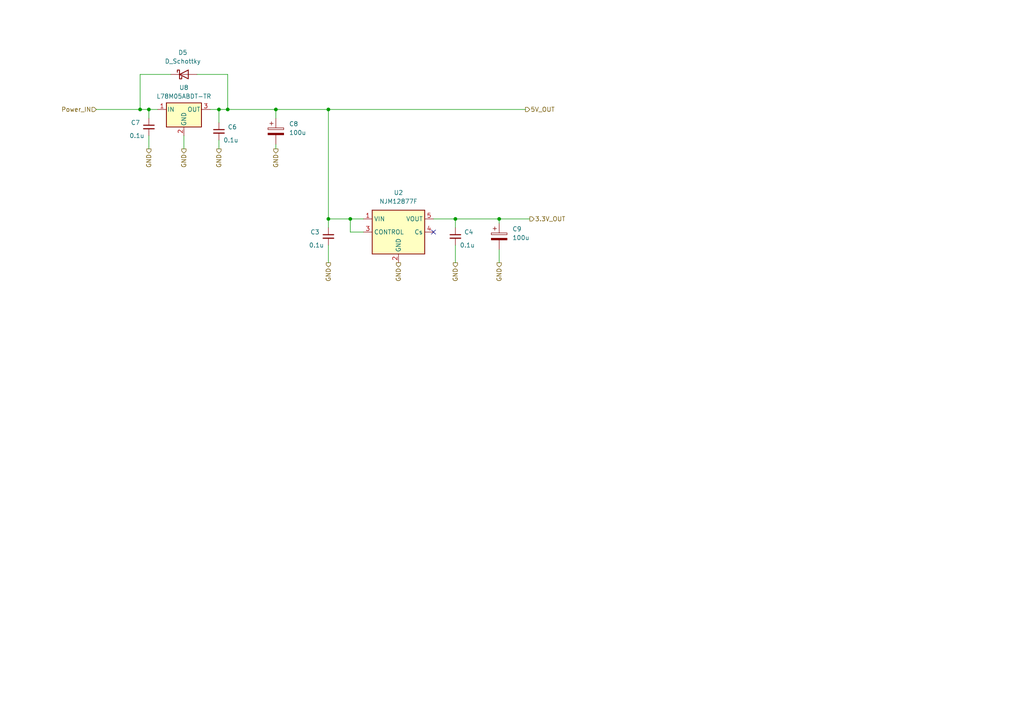
<source format=kicad_sch>
(kicad_sch (version 20230121) (generator eeschema)
  (paper "A4")
  (lib_symbols
    (symbol "Device:C_Polarized" (pin_numbers hide) (pin_names (offset 0.254))
      (property "Reference" "C" (at 0.635 2.54 0))
      (property "Value" "C_Polarized" (at 0.635 -2.54 0))
      (symbol "C_Polarized_0_1"
        (rectangle (start -2.286 0.508) (end 2.286 1.016))
        (polyline (pts (xy -1.778 2.286) (xy -0.762 2.286)))
        (polyline (pts (xy -1.27 2.794) (xy -1.27 1.778)))
        (rectangle (start 2.286 -0.508) (end -2.286 -1.016) (fill (type outline)))
      )
      (symbol "C_Polarized_1_1"
        (pin passive line (at 0 3.81 270) (length 2.794) (name "~") (number "1"))
        (pin passive line (at 0 -3.81 90) (length 2.794) (name "~") (number "2"))
      )
    )
    (symbol "Device:C_Small" (pin_numbers hide) (pin_names (offset 0.254) hide)
      (property "Reference" "C" (at 0.254 1.778 0))
      (property "Value" "C_Small" (at 0.254 -2.032 0))
      (symbol "C_Small_0_1"
        (polyline (pts (xy -1.524 -0.508) (xy 1.524 -0.508)) (stroke (width 0.3302)))
        (polyline (pts (xy -1.524 0.508) (xy 1.524 0.508)) (stroke (width 0.3048)))
      )
      (symbol "C_Small_1_1"
        (pin passive line (at 0 2.54 270) (length 2.032) (name "~") (number "1"))
        (pin passive line (at 0 -2.54 90) (length 2.032) (name "~") (number "2"))
      )
    )
    (symbol "Device:D_Schottky" (pin_numbers hide) (pin_names (offset 1.016) hide)
      (property "Reference" "D" (at 0 2.54 0))
      (property "Value" "D_Schottky" (at 0 -2.54 0))
      (symbol "D_Schottky_0_1"
        (polyline (pts (xy 1.27 0) (xy -1.27 0)))
        (polyline (pts (xy 1.27 1.27) (xy 1.27 -1.27) (xy -1.27 0) (xy 1.27 1.27)) (stroke (width 0.254)))
        (polyline (pts (xy -1.905 0.635) (xy -1.905 1.27) (xy -1.27 1.27) (xy -1.27 -1.27) (xy -0.635 -1.27) (xy -0.635 -0.635)) (stroke (width 0.254)))
      )
      (symbol "D_Schottky_1_1"
        (pin passive line (at -3.81 0 0) (length 2.54) (name "K") (number "1"))
        (pin passive line (at 3.81 0 180) (length 2.54) (name "A") (number "2"))
      )
    )
    (symbol "RDC_generic:L78M05ABDT-TR" (pin_names (offset 0.254))
      (property "Reference" "U" (at -3.81 3.175 0))
      (property "Value" "L78M05ABDT-TR" (at 0 3.175 0))
      (symbol "L78M05ABDT-TR_0_1"
        (rectangle (start -5.08 1.905) (end 5.08 -5.08) (stroke (width 0.254)) (fill (type background)))
      )
      (symbol "L78M05ABDT-TR_1_1"
        (pin power_in line (at -7.62 0 0) (length 2.54) (name "IN") (number "1"))
        (pin power_in line (at 0 -7.62 90) (length 2.54) (name "GND") (number "2"))
        (pin power_out line (at 7.62 0 180) (length 2.54) (name "OUT") (number "3"))
      )
    )
    (symbol "RDC_generic:NJM12877F"
      (property "Reference" "U" (at -6.35 -6.35 0))
      (property "Value" "NJM12877F" (at 0 6.35 0))
      (symbol "NJM12877F_0_1"
        (rectangle (start -7.62 5.08) (end 7.62 -7.62) (stroke (width 0.254)) (fill (type background)))
      )
      (symbol "NJM12877F_1_1"
        (pin power_in line (at -10.16 2.54 0) (length 2.54) (name "VIN") (number "1"))
        (pin power_in line (at 0 -10.16 90) (length 2.54) (name "GND") (number "2"))
        (pin input line (at -10.16 -1.27 0) (length 2.54) (name "CONTROL") (number "3"))
        (pin passive line (at 10.16 -1.27 180) (length 2.54) (name "Cs") (number "4"))
        (pin power_out line (at 10.16 2.54 180) (length 2.54) (name "VOUT") (number "5"))
      )
    )
  )
  (junction (at 132.08 63.5))
  (junction (at 101.6 63.5))
  (junction (at 63.5 31.75))
  (junction (at 95.25 31.75))
  (junction (at 66.04 31.75))
  (junction (at 95.25 63.5))
  (junction (at 144.78 63.5))
  (junction (at 40.64 31.75))
  (junction (at 80.01 31.75))
  (junction (at 43.18 31.75))
  (no_connect (at 125.73 67.31))
  (wire (pts (xy 43.18 31.75) (xy 45.72 31.75)))
  (wire (pts (xy 43.18 31.75) (xy 43.18 34.29)))
  (wire (pts (xy 144.78 63.5) (xy 144.78 64.77)))
  (wire (pts (xy 95.25 63.5) (xy 95.25 66.04)))
  (wire (pts (xy 144.78 63.5) (xy 153.67 63.5)))
  (wire (pts (xy 66.04 31.75) (xy 80.01 31.75)))
  (wire (pts (xy 132.08 71.12) (xy 132.08 76.2)))
  (wire (pts (xy 125.73 63.5) (xy 132.08 63.5)))
  (wire (pts (xy 57.15 21.59) (xy 66.04 21.59)))
  (wire (pts (xy 105.41 67.31) (xy 101.6 67.31)))
  (wire (pts (xy 80.01 31.75) (xy 95.25 31.75)))
  (wire (pts (xy 27.94 31.75) (xy 40.64 31.75)))
  (wire (pts (xy 60.96 31.75) (xy 63.5 31.75)))
  (wire (pts (xy 66.04 21.59) (xy 66.04 31.75)))
  (wire (pts (xy 101.6 63.5) (xy 101.6 67.31)))
  (wire (pts (xy 95.25 31.75) (xy 152.4 31.75)))
  (wire (pts (xy 144.78 72.39) (xy 144.78 76.2)))
  (wire (pts (xy 63.5 31.75) (xy 63.5 35.56)))
  (wire (pts (xy 63.5 31.75) (xy 66.04 31.75)))
  (wire (pts (xy 53.34 39.37) (xy 53.34 43.18)))
  (wire (pts (xy 40.64 31.75) (xy 43.18 31.75)))
  (wire (pts (xy 63.5 40.64) (xy 63.5 43.18)))
  (wire (pts (xy 101.6 63.5) (xy 95.25 63.5)))
  (wire (pts (xy 80.01 31.75) (xy 80.01 34.29)))
  (wire (pts (xy 132.08 63.5) (xy 144.78 63.5)))
  (wire (pts (xy 105.41 63.5) (xy 101.6 63.5)))
  (wire (pts (xy 43.18 39.37) (xy 43.18 43.18)))
  (wire (pts (xy 40.64 21.59) (xy 40.64 31.75)))
  (wire (pts (xy 49.53 21.59) (xy 40.64 21.59)))
  (wire (pts (xy 80.01 41.91) (xy 80.01 43.18)))
  (wire (pts (xy 132.08 63.5) (xy 132.08 66.04)))
  (wire (pts (xy 95.25 31.75) (xy 95.25 63.5)))
  (wire (pts (xy 95.25 71.12) (xy 95.25 76.2)))
  (hierarchical_label "GND" (shape output) (at 53.34 43.18 270))
  (hierarchical_label "GND" (shape output) (at 132.08 76.2 270))
  (hierarchical_label "GND" (shape output) (at 63.5 43.18 270))
  (hierarchical_label "3.3V_OUT" (shape output) (at 153.67 63.5 0))
  (hierarchical_label "GND" (shape output) (at 80.01 43.18 270))
  (hierarchical_label "GND" (shape output) (at 144.78 76.2 270))
  (hierarchical_label "5V_OUT" (shape output) (at 152.4 31.75 0))
  (hierarchical_label "GND" (shape output) (at 43.18 43.18 270))
  (hierarchical_label "GND" (shape output) (at 95.25 76.2 270))
  (hierarchical_label "GND" (shape output) (at 115.57 76.2 270))
  (hierarchical_label "Power_IN" (shape input) (at 27.94 31.75 180))
  (symbol (lib_id "Device:C_Polarized") (at 80.01 38.1 0) (unit 1)
    (property "Reference" "C8" (at 83.82 35.941 0) (effects (justify left)))
    (property "Value" "100u" (at 83.82 38.481 0) (effects (justify left)))
    (property "Footprint" "Capacitor_THT:CP_Radial_D6.3mm_P2.50mm" (effects hide))
  )
  (symbol (lib_id "Device:C_Small") (at 43.18 36.83 0) (unit 1)
    (property "Reference" "C7" (at 40.64 35.5663 0) (effects (justify right)))
    (property "Value" "0.1u" (at 41.91 39.37 0) (effects (justify right)))
  )
  (symbol (lib_id "Device:D_Schottky") (at 53.34 21.59 0) (unit 1)
    (property "Reference" "D5" (at 53.0225 15.24 0))
    (property "Value" "D_Schottky" (at 53.0225 17.78 0))
  )
  (symbol (lib_id "RDC_generic:L78M05ABDT-TR") (at 53.34 31.75 0) (unit 1)
    (property "Reference" "U8" (at 53.34 25.4 0))
    (property "Value" "L78M05ABDT-TR" (at 53.34 27.94 0))
    (property "Footprint" "Package_TO_SOT_SMD:TO-252-2" (effects hide))
    (property "Datasheet" "https://www.st.com/resource/en/datasheet/l78m.pdf" (effects hide))
  )
  (symbol (lib_id "RDC_generic:NJM12877F") (at 115.57 66.04 0) (unit 1)
    (property "Reference" "U2" (at 115.57 55.88 0))
    (property "Value" "NJM12877F" (at 115.57 58.42 0))
    (property "Footprint" "Package_TO_SOT_SMD:SOT-23-5" (effects hide))
    (property "Datasheet" "https://www.nisshinbo-microdevices.co.jp/ja/pdf/datasheet/NJM12877_J.pdf" (effects hide))
  )
  (symbol (lib_id "Device:C_Small") (at 132.08 68.58 0) (mirror y) (unit 1)
    (property "Reference" "C4" (at 134.62 67.3163 0) (effects (justify right)))
    (property "Value" "0.1u" (at 133.35 71.12 0) (effects (justify right)))
  )
  (symbol (lib_id "Device:C_Small") (at 63.5 38.1 0) (mirror y) (unit 1)
    (property "Reference" "C6" (at 66.04 36.8363 0) (effects (justify right)))
    (property "Value" "0.1u" (at 64.77 40.64 0) (effects (justify right)))
  )
  (symbol (lib_id "Device:C_Polarized") (at 144.78 68.58 0) (unit 1)
    (property "Reference" "C9" (at 148.59 66.421 0) (effects (justify left)))
    (property "Value" "100u" (at 148.59 68.961 0) (effects (justify left)))
    (property "Footprint" "Capacitor_THT:CP_Radial_D6.3mm_P2.50mm" (effects hide))
  )
  (symbol (lib_id "Device:C_Small") (at 95.25 68.58 0) (unit 1)
    (property "Reference" "C3" (at 92.71 67.3163 0) (effects (justify right)))
    (property "Value" "0.1u" (at 93.98 71.12 0) (effects (justify right)))
  )
)
</source>
